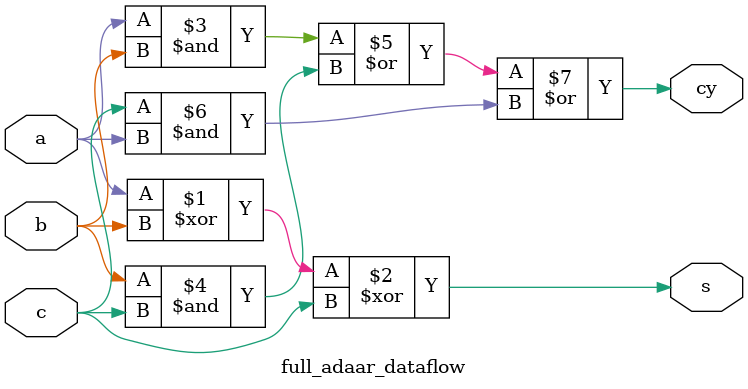
<source format=v>

module full_adaar_dataflow(a,b,c, s,cy);
input a,b,c;
output s,cy;
assign s=(a^b^c);
assign cy=(a&b)|(b&c)|(c&a);
endmodule

</source>
